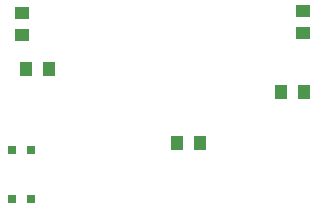
<source format=gbr>
G04 DipTrace 3.2.0.1*
G04 TopPaste.gbr*
%MOMM*%
G04 #@! TF.FileFunction,Paste,Top*
G04 #@! TF.Part,Single*
%ADD38R,0.8X0.7*%
%ADD46R,1.3X1.1*%
%ADD48R,1.1X1.3*%
%FSLAX35Y35*%
G04*
G71*
G90*
G75*
G01*
G04 TopPaste*
%LPD*%
D48*
X14601Y1105503D3*
X204601D3*
D46*
X-1302875Y2208701D3*
Y2018701D3*
X1079500Y2222500D3*
Y2032500D3*
D48*
X-1074155Y1730987D3*
X-1264155D3*
X894214Y1538864D3*
X1084214D3*
D38*
X-1383115Y1040700D3*
Y630700D3*
X-1223115D3*
Y1040700D3*
M02*

</source>
